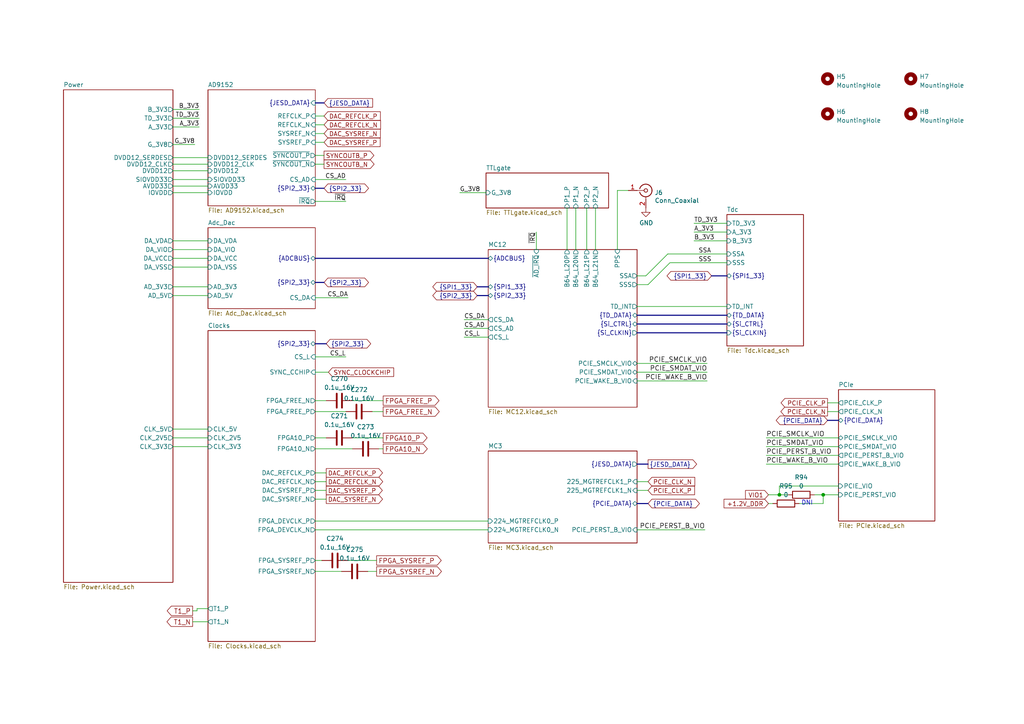
<source format=kicad_sch>
(kicad_sch (version 20230121) (generator eeschema)
  (paper "A4")
  (lib_symbols
    (symbol "Connector:Conn_Coaxial" (pin_names (offset 1.016) hide)
      (property "Reference" "J" (at 0.254 3.048 0))
      (property "Value" "Conn_Coaxial" (at 2.921 0 90))
      (symbol "Conn_Coaxial_0_1"
        (arc (start -1.778 -0.508) (mid 0.2311 -1.8066) (end 1.778 0) (stroke (width 0.254)))
        (polyline (pts (xy -2.54 0) (xy -0.508 0)))
        (polyline (pts (xy 0 -2.54) (xy 0 -1.778)))
        (circle (center 0 0) (radius 0.508) (stroke (width 0.2032)))
        (arc (start 1.778 0) (mid 0.2099 1.8101) (end -1.778 0.508) (stroke (width 0.254)))
      )
      (symbol "Conn_Coaxial_1_1"
        (pin passive line (at -5.08 0 0) (length 2.54) (name "In") (number "1"))
        (pin passive line (at 0 -5.08 90) (length 2.54) (name "Ext") (number "2"))
      )
    )
    (symbol "Device:C" (pin_numbers hide) (pin_names (offset 0.254))
      (property "Reference" "C" (at 0.635 2.54 0))
      (property "Value" "C" (at 0.635 -2.54 0))
      (symbol "C_0_1"
        (polyline (pts (xy -2.032 -0.762) (xy 2.032 -0.762)) (stroke (width 0.508)))
        (polyline (pts (xy -2.032 0.762) (xy 2.032 0.762)) (stroke (width 0.508)))
      )
      (symbol "C_1_1"
        (pin passive line (at 0 3.81 270) (length 2.794) (name "~") (number "1"))
        (pin passive line (at 0 -3.81 90) (length 2.794) (name "~") (number "2"))
      )
    )
    (symbol "Device:R" (pin_numbers hide) (pin_names (offset 0))
      (property "Reference" "R" (at 2.032 0 90))
      (property "Value" "R" (at 0 0 90))
      (symbol "R_0_1"
        (rectangle (start -1.016 -2.54) (end 1.016 2.54) (stroke (width 0.254)))
      )
      (symbol "R_1_1"
        (pin passive line (at 0 3.81 270) (length 1.27) (name "~") (number "1"))
        (pin passive line (at 0 -3.81 90) (length 1.27) (name "~") (number "2"))
      )
    )
    (symbol "Mechanical:MountingHole" (pin_names (offset 1.016))
      (property "Reference" "H" (at 0 5.08 0))
      (property "Value" "MountingHole" (at 0 3.175 0))
      (symbol "MountingHole_0_1"
        (circle (center 0 0) (radius 1.27) (stroke (width 1.27)))
      )
    )
    (symbol "power:GND" (power) (pin_names (offset 0))
      (property "Value" "GND" (at 0 -3.81 0))
      (symbol "GND_0_1"
        (polyline (pts (xy 0 0) (xy 0 -1.27) (xy 1.27 -1.27) (xy 0 -2.54) (xy -1.27 -1.27) (xy 0 -1.27)))
      )
      (symbol "GND_1_1"
        (pin power_in line (at 0 0 270) (length 0) hide (name "GND") (number "1"))
      )
    )
  )
  (junction (at 226.06 143.51))
  (junction (at 238.76 143.51))
  (wire (pts (xy 50.165 85.725) (xy 60.325 85.725)))
  (wire (pts (xy 50.165 55.88) (xy 60.325 55.88)))
  (wire (pts (xy 50.165 127) (xy 60.325 127)))
  (wire (pts (xy 222.885 143.51) (xy 226.06 143.51)))
  (wire (pts (xy 91.44 139.7) (xy 94.615 139.7)))
  (wire (pts (xy 201.295 69.85) (xy 210.82 69.85)))
  (wire (pts (xy 172.72 60.325) (xy 172.72 72.39)))
  (wire (pts (xy 182.245 55.245) (xy 179.07 55.245)))
  (wire (pts (xy 164.465 60.325) (xy 164.465 72.39)))
  (wire (pts (xy 91.44 45.085) (xy 93.98 45.085)))
  (wire (pts (xy 201.295 64.77) (xy 210.82 64.77)))
  (wire (pts (xy 57.15 177.165) (xy 55.88 177.165)))
  (wire (pts (xy 222.25 134.62) (xy 243.205 134.62)))
  (wire (pts (xy 50.165 36.83) (xy 57.785 36.83)))
  (wire (pts (xy 134.62 92.71) (xy 141.605 92.71)))
  (wire (pts (xy 184.785 107.95) (xy 205.105 107.95)))
  (wire (pts (xy 91.44 165.735) (xy 99.06 165.735)))
  (wire (pts (xy 50.165 83.185) (xy 60.325 83.185)))
  (wire (pts (xy 194.31 76.2) (xy 210.82 76.2)))
  (wire (pts (xy 91.44 47.625) (xy 93.98 47.625)))
  (wire (pts (xy 184.785 82.55) (xy 187.96 82.55)))
  (wire (pts (xy 240.03 119.38) (xy 243.205 119.38)))
  (bus (pts (xy 206.375 80.01) (xy 210.82 80.01)))
  (wire (pts (xy 193.675 73.66) (xy 210.82 73.66)))
  (wire (pts (xy 184.785 88.9) (xy 210.82 88.9)))
  (wire (pts (xy 184.785 153.67) (xy 204.47 153.67)))
  (wire (pts (xy 134.62 95.25) (xy 141.605 95.25)))
  (wire (pts (xy 50.165 41.91) (xy 56.515 41.91)))
  (wire (pts (xy 238.76 143.51) (xy 238.76 146.05)))
  (wire (pts (xy 100.965 162.56) (xy 109.22 162.56)))
  (wire (pts (xy 170.18 60.325) (xy 170.18 72.39)))
  (wire (pts (xy 91.44 144.78) (xy 94.615 144.78)))
  (wire (pts (xy 226.06 140.97) (xy 243.205 140.97)))
  (bus (pts (xy 240.03 121.92) (xy 243.205 121.92)))
  (wire (pts (xy 50.165 69.85) (xy 60.325 69.85)))
  (wire (pts (xy 50.165 45.72) (xy 60.325 45.72)))
  (wire (pts (xy 57.15 176.53) (xy 57.15 177.165)))
  (bus (pts (xy 138.43 85.725) (xy 141.605 85.725)))
  (wire (pts (xy 91.44 38.735) (xy 93.98 38.735)))
  (wire (pts (xy 91.44 130.175) (xy 102.235 130.175)))
  (wire (pts (xy 91.44 119.38) (xy 100.33 119.38)))
  (wire (pts (xy 50.165 74.93) (xy 60.325 74.93)))
  (wire (pts (xy 201.295 67.31) (xy 210.82 67.31)))
  (wire (pts (xy 91.44 116.205) (xy 94.615 116.205)))
  (wire (pts (xy 238.76 143.51) (xy 243.205 143.51)))
  (wire (pts (xy 91.44 58.42) (xy 100.33 58.42)))
  (wire (pts (xy 91.44 103.505) (xy 100.33 103.505)))
  (wire (pts (xy 91.44 142.24) (xy 94.615 142.24)))
  (wire (pts (xy 50.165 77.47) (xy 60.325 77.47)))
  (wire (pts (xy 91.44 41.275) (xy 93.98 41.275)))
  (wire (pts (xy 240.03 116.84) (xy 243.205 116.84)))
  (wire (pts (xy 222.25 129.54) (xy 243.205 129.54)))
  (bus (pts (xy 184.785 146.05) (xy 187.96 146.05)))
  (wire (pts (xy 236.22 143.51) (xy 238.76 143.51)))
  (wire (pts (xy 179.07 55.245) (xy 179.07 72.39)))
  (bus (pts (xy 91.44 74.93) (xy 141.605 74.93)))
  (wire (pts (xy 184.785 110.49) (xy 205.105 110.49)))
  (bus (pts (xy 184.785 134.62) (xy 187.96 134.62)))
  (wire (pts (xy 50.165 31.75) (xy 57.785 31.75)))
  (wire (pts (xy 134.62 97.79) (xy 141.605 97.79)))
  (wire (pts (xy 222.25 127) (xy 243.205 127)))
  (wire (pts (xy 184.785 142.24) (xy 187.96 142.24)))
  (bus (pts (xy 91.44 54.61) (xy 93.98 54.61)))
  (wire (pts (xy 133.35 55.88) (xy 140.97 55.88)))
  (wire (pts (xy 50.165 34.29) (xy 57.785 34.29)))
  (wire (pts (xy 50.165 124.46) (xy 60.325 124.46)))
  (wire (pts (xy 187.96 82.55) (xy 194.31 76.2)))
  (wire (pts (xy 222.885 146.05) (xy 224.155 146.05)))
  (wire (pts (xy 50.165 52.07) (xy 60.325 52.07)))
  (wire (pts (xy 226.06 140.97) (xy 226.06 143.51)))
  (wire (pts (xy 91.44 153.67) (xy 141.605 153.67)))
  (bus (pts (xy 138.43 83.185) (xy 141.605 83.185)))
  (wire (pts (xy 55.88 180.34) (xy 60.325 180.34)))
  (wire (pts (xy 91.44 137.16) (xy 94.615 137.16)))
  (bus (pts (xy 184.785 96.52) (xy 210.82 96.52)))
  (wire (pts (xy 107.95 119.38) (xy 111.125 119.38)))
  (wire (pts (xy 50.165 53.975) (xy 60.325 53.975)))
  (wire (pts (xy 91.44 127) (xy 94.615 127)))
  (wire (pts (xy 50.165 72.39) (xy 60.325 72.39)))
  (wire (pts (xy 91.44 107.95) (xy 95.25 107.95)))
  (wire (pts (xy 167.005 60.325) (xy 167.005 72.39)))
  (wire (pts (xy 60.325 176.53) (xy 57.15 176.53)))
  (wire (pts (xy 102.235 116.205) (xy 111.125 116.205)))
  (bus (pts (xy 91.44 29.845) (xy 93.98 29.845)))
  (bus (pts (xy 91.44 81.915) (xy 93.98 81.915)))
  (bus (pts (xy 184.785 93.98) (xy 210.82 93.98)))
  (wire (pts (xy 91.44 86.36) (xy 100.965 86.36)))
  (wire (pts (xy 102.235 127) (xy 111.125 127)))
  (wire (pts (xy 226.06 143.51) (xy 228.6 143.51)))
  (wire (pts (xy 50.165 129.54) (xy 60.325 129.54)))
  (wire (pts (xy 106.68 165.735) (xy 109.22 165.735)))
  (wire (pts (xy 91.44 36.195) (xy 93.98 36.195)))
  (wire (pts (xy 187.325 80.01) (xy 193.675 73.66)))
  (wire (pts (xy 91.44 52.07) (xy 100.33 52.07)))
  (wire (pts (xy 91.44 162.56) (xy 93.345 162.56)))
  (wire (pts (xy 238.76 146.05) (xy 231.775 146.05)))
  (wire (pts (xy 184.785 80.01) (xy 187.325 80.01)))
  (wire (pts (xy 50.165 49.53) (xy 60.325 49.53)))
  (wire (pts (xy 91.44 151.13) (xy 141.605 151.13)))
  (wire (pts (xy 222.25 132.08) (xy 243.205 132.08)))
  (wire (pts (xy 109.855 130.175) (xy 111.125 130.175)))
  (wire (pts (xy 184.785 139.7) (xy 187.96 139.7)))
  (wire (pts (xy 155.575 67.31) (xy 155.575 72.39)))
  (bus (pts (xy 91.44 99.695) (xy 94.615 99.695)))
  (bus (pts (xy 184.785 91.44) (xy 210.82 91.44)))
  (wire (pts (xy 50.165 47.625) (xy 60.325 47.625)))
  (wire (pts (xy 91.44 33.655) (xy 93.98 33.655)))
  (wire (pts (xy 184.785 105.41) (xy 205.105 105.41)))
  (text "DNI" (at 232.41 146.685 0) (effects (font (size 1.27 1.27)) (justify left bottom)))
  (label "CS_L" (at 134.62 97.79 0))
  (label "PCIE_WAKE_B_VIO" (at 222.25 134.62 0) (effects (font (size 1.3716 1.3716))))
  (label "CS_DA" (at 100.965 86.36 180))
  (label "PCIE_SMDAT_VIO" (at 222.25 129.54 0) (effects (font (size 1.3716 1.3716))))
  (label "CS_L" (at 100.33 103.505 180))
  (label "~{IRQ}" (at 155.575 67.31 270))
  (label "TD_3V3" (at 201.295 64.77 0))
  (label "~{IRQ}" (at 100.33 58.42 180))
  (label "CS_AD" (at 100.33 52.07 180))
  (label "A_3V3" (at 201.295 67.31 0))
  (label "PCIE_PERST_B_VIO" (at 204.47 153.67 180) (effects (font (size 1.3716 1.3716))))
  (label "CS_DA" (at 134.62 92.71 0))
  (label "PCIE_SMCLK_VIO" (at 222.25 127 0) (effects (font (size 1.3716 1.3716))))
  (label "PCIE_SMCLK_VIO" (at 205.105 105.41 180) (effects (font (size 1.3716 1.3716))))
  (label "CS_AD" (at 134.62 95.25 0))
  (label "SSA" (at 202.565 73.66 0))
  (label "PCIE_SMDAT_VIO" (at 205.105 107.95 180) (effects (font (size 1.3716 1.3716))))
  (label "G_3V8" (at 56.515 41.91 180))
  (label "SSS" (at 202.565 76.2 0))
  (label "B_3V3" (at 57.785 31.75 180))
  (label "B_3V3" (at 201.295 69.85 0))
  (label "PCIE_WAKE_B_VIO" (at 205.105 110.49 180) (effects (font (size 1.3716 1.3716))))
  (label "G_3V8" (at 133.35 55.88 0))
  (label "A_3V3" (at 57.785 36.83 180))
  (label "PCIE_PERST_B_VIO" (at 222.25 132.08 0) (effects (font (size 1.3716 1.3716))))
  (label "TD_3V3" (at 57.785 34.29 180))
  (global_label "VIO1" (shape input) (at 222.885 143.51 180) (property "Intersheetrefs" "${INTERSHEET_REFS}" (effects hide)))
  (global_label "FPGA10_P" (shape output) (at 111.125 127 0) (effects (font (size 1.3716 1.3716))) (property "Intersheetrefs" "${INTERSHEET_REFS}" (effects hide)))
  (global_label "SYNC_CLOCKCHIP" (shape input) (at 95.25 107.95 0) (property "Intersheetrefs" "${INTERSHEET_REFS}" (effects hide)))
  (global_label "DAC_SYSREF_N" (shape output) (at 94.615 144.78 0) (property "Intersheetrefs" "${INTERSHEET_REFS}" (effects hide)))
  (global_label "{SPI2_33}" (shape bidirectional) (at 138.43 85.725 180) (property "Intersheetrefs" "${INTERSHEET_REFS}" (effects hide)))
  (global_label "DAC_REFCLK_N" (shape input) (at 93.98 36.195 0) (property "Intersheetrefs" "${INTERSHEET_REFS}" (effects hide)))
  (global_label "PCIE_CLK_N" (shape output) (at 240.03 119.38 180) (property "Intersheetrefs" "${INTERSHEET_REFS}" (effects hide)))
  (global_label "PCIE_CLK_N" (shape input) (at 187.96 139.7 0) (property "Intersheetrefs" "${INTERSHEET_REFS}" (effects hide)))
  (global_label "FPGA_SYSREF_N" (shape output) (at 109.22 165.735 0) (effects (font (size 1.3716 1.3716))) (property "Intersheetrefs" "${INTERSHEET_REFS}" (effects hide)))
  (global_label "{PCIE_DATA}" (shape bidirectional) (at 240.03 121.92 180) (property "Intersheetrefs" "${INTERSHEET_REFS}" (effects hide)))
  (global_label "DAC_SYSREF_P" (shape output) (at 94.615 142.24 0) (property "Intersheetrefs" "${INTERSHEET_REFS}" (effects hide)))
  (global_label "SYNCOUTB_N" (shape output) (at 93.98 47.625 0) (property "Intersheetrefs" "${INTERSHEET_REFS}" (effects hide)))
  (global_label "PCIE_CLK_P" (shape input) (at 187.96 142.24 0) (property "Intersheetrefs" "${INTERSHEET_REFS}" (effects hide)))
  (global_label "DAC_SYSREF_P" (shape input) (at 93.98 41.275 0) (property "Intersheetrefs" "${INTERSHEET_REFS}" (effects hide)))
  (global_label "{SPI1_33}" (shape bidirectional) (at 138.43 83.185 180) (property "Intersheetrefs" "${INTERSHEET_REFS}" (effects hide)))
  (global_label "T1_N" (shape output) (at 55.88 180.34 180) (effects (font (size 1.3716 1.3716))) (property "Intersheetrefs" "${INTERSHEET_REFS}" (effects hide)))
  (global_label "DAC_REFCLK_P" (shape input) (at 93.98 33.655 0) (property "Intersheetrefs" "${INTERSHEET_REFS}" (effects hide)))
  (global_label "{SPI2_33}" (shape bidirectional) (at 94.615 99.695 0) (property "Intersheetrefs" "${INTERSHEET_REFS}" (effects hide)))
  (global_label "{JESD_DATA}" (shape input) (at 93.98 29.845 0) (property "Intersheetrefs" "${INTERSHEET_REFS}" (effects hide)))
  (global_label "FPGA_FREE_N" (shape output) (at 111.125 119.38 0) (effects (font (size 1.3716 1.3716))) (property "Intersheetrefs" "${INTERSHEET_REFS}" (effects hide)))
  (global_label "T1_P" (shape output) (at 55.88 177.165 180) (effects (font (size 1.3716 1.3716))) (property "Intersheetrefs" "${INTERSHEET_REFS}" (effects hide)))
  (global_label "{PCIE_DATA}" (shape bidirectional) (at 187.96 146.05 0) (property "Intersheetrefs" "${INTERSHEET_REFS}" (effects hide)))
  (global_label "SYNCOUTB_P" (shape output) (at 93.98 45.085 0) (property "Intersheetrefs" "${INTERSHEET_REFS}" (effects hide)))
  (global_label "PCIE_CLK_P" (shape output) (at 240.03 116.84 180) (property "Intersheetrefs" "${INTERSHEET_REFS}" (effects hide)))
  (global_label "DAC_SYSREF_N" (shape input) (at 93.98 38.735 0) (property "Intersheetrefs" "${INTERSHEET_REFS}" (effects hide)))
  (global_label "{SPI2_33}" (shape bidirectional) (at 93.98 81.915 0) (property "Intersheetrefs" "${INTERSHEET_REFS}" (effects hide)))
  (global_label "FPGA_SYSREF_P" (shape output) (at 109.22 162.56 0) (effects (font (size 1.3716 1.3716))) (property "Intersheetrefs" "${INTERSHEET_REFS}" (effects hide)))
  (global_label "{SPI2_33}" (shape bidirectional) (at 93.98 54.61 0) (property "Intersheetrefs" "${INTERSHEET_REFS}" (effects hide)))
  (global_label "FPGA_FREE_P" (shape output) (at 111.125 116.205 0) (effects (font (size 1.3716 1.3716))) (property "Intersheetrefs" "${INTERSHEET_REFS}" (effects hide)))
  (global_label "{JESD_DATA}" (shape output) (at 187.96 134.62 0) (property "Intersheetrefs" "${INTERSHEET_REFS}" (effects hide)))
  (global_label "{SPI1_33}" (shape bidirectional) (at 206.375 80.01 180) (property "Intersheetrefs" "${INTERSHEET_REFS}" (effects hide)))
  (global_label "+1.2V_DDR" (shape input) (at 222.885 146.05 180) (property "Intersheetrefs" "${INTERSHEET_REFS}" (effects hide)))
  (global_label "DAC_REFCLK_P" (shape output) (at 94.615 137.16 0) (property "Intersheetrefs" "${INTERSHEET_REFS}" (effects hide)))
  (global_label "DAC_REFCLK_N" (shape output) (at 94.615 139.7 0) (property "Intersheetrefs" "${INTERSHEET_REFS}" (effects hide)))
  (global_label "FPGA10_N" (shape output) (at 111.125 130.175 0) (effects (font (size 1.3716 1.3716))) (property "Intersheetrefs" "${INTERSHEET_REFS}" (effects hide)))
  (symbol (lib_id "Device:R") (at 227.965 146.05 270) (unit 1)
    (property "Reference" "R95" (at 227.965 140.97 90))
    (property "Value" "0" (at 227.965 143.51 90))
    (property "Footprint" "Resistor_SMD:R_0603_1608Metric" (effects hide))
    (property "Datasheet" "https://www.mouser.fr/ProductDetail/YAGEO/AC0603FR-070RL?qs=UoPT7wUmgYIHE8YhvUntLg%3D%3D" (effects hide))
    (property "Description" "Thick Film Resistors - SMD 0 Ohms 100m W 0603% 1% AEC-Q200 Standard Power Version " (effects hide))
    (property "Man" "YAGEO " (effects hide))
    (property "Part" "AC0603FR-070RL" (effects hide))
    (property "Unitprice" "0.094" (effects hide))
    (property "Dis" "Mouser" (effects hide))
  )
  (symbol (lib_id "Device:C") (at 104.14 119.38 90) (unit 1)
    (property "Reference" "C272" (at 104.14 113.03 90))
    (property "Value" "0.1u_16V" (at 104.14 115.57 90))
    (property "Footprint" "Capacitor_SMD:C_0402_1005Metric" (effects hide))
    (property "Datasheet" "https://www.mouser.fr/ProductDetail/Taiyo-Yuden/EMF105B7104KVHF?qs=%252B6g0mu59x7Kz%2FNoNncDysw%3D%3D" (effects hide))
    (property "Man" "Taiyo Yuden" (effects hide))
    (property "Part" " EMF105B7104KVHF" (effects hide))
    (property "Unitprice" "0.1" (effects hide))
    (property "Dis" "Mouser" (effects hide))
    (property "Description" " Multilayer Ceramic Capacitors MLCC - SMD/SMT 0402 16VDC 0.1uF 10% X7R AEC-Q200" (effects hide))
  )
  (symbol (lib_id "Device:C") (at 97.155 162.56 90) (unit 1)
    (property "Reference" "C274" (at 97.155 156.21 90))
    (property "Value" "0.1u_16V" (at 97.155 158.75 90))
    (property "Footprint" "Capacitor_SMD:C_0402_1005Metric" (effects hide))
    (property "Datasheet" "https://www.mouser.fr/ProductDetail/Taiyo-Yuden/EMF105B7104KVHF?qs=%252B6g0mu59x7Kz%2FNoNncDysw%3D%3D" (effects hide))
    (property "Man" "Taiyo Yuden" (effects hide))
    (property "Part" " EMF105B7104KVHF" (effects hide))
    (property "Unitprice" "0.1" (effects hide))
    (property "Dis" "Mouser" (effects hide))
    (property "Description" " Multilayer Ceramic Capacitors MLCC - SMD/SMT 0402 16VDC 0.1uF 10% X7R AEC-Q200" (effects hide))
  )
  (symbol (lib_id "Device:C") (at 106.045 130.175 90) (unit 1)
    (property "Reference" "C273" (at 106.045 123.825 90))
    (property "Value" "0.1u_16V" (at 106.045 126.365 90))
    (property "Footprint" "Capacitor_SMD:C_0402_1005Metric" (effects hide))
    (property "Datasheet" "https://www.mouser.fr/ProductDetail/Taiyo-Yuden/EMF105B7104KVHF?qs=%252B6g0mu59x7Kz%2FNoNncDysw%3D%3D" (effects hide))
    (property "Man" "Taiyo Yuden" (effects hide))
    (property "Part" " EMF105B7104KVHF" (effects hide))
    (property "Unitprice" "0.1" (effects hide))
    (property "Dis" "Mouser" (effects hide))
    (property "Description" " Multilayer Ceramic Capacitors MLCC - SMD/SMT 0402 16VDC 0.1uF 10% X7R AEC-Q200" (effects hide))
  )
  (symbol (lib_id "power:GND") (at 187.325 60.325 0) (unit 1)
    (property "Reference" "#PWR01" (effects hide))
    (property "Value" "GND" (at 187.4393 64.6494 0))
  )
  (symbol (lib_id "Device:C") (at 98.425 116.205 90) (unit 1)
    (property "Reference" "C270" (at 98.425 109.855 90))
    (property "Value" "0.1u_16V" (at 98.425 112.395 90))
    (property "Footprint" "Capacitor_SMD:C_0402_1005Metric" (effects hide))
    (property "Datasheet" "https://www.mouser.fr/ProductDetail/Taiyo-Yuden/EMF105B7104KVHF?qs=%252B6g0mu59x7Kz%2FNoNncDysw%3D%3D" (effects hide))
    (property "Man" "Taiyo Yuden" (effects hide))
    (property "Part" " EMF105B7104KVHF" (effects hide))
    (property "Unitprice" "0.1" (effects hide))
    (property "Dis" "Mouser" (effects hide))
    (property "Description" " Multilayer Ceramic Capacitors MLCC - SMD/SMT 0402 16VDC 0.1uF 10% X7R AEC-Q200" (effects hide))
  )
  (symbol (lib_id "Mechanical:MountingHole") (at 240.03 33.02 0) (unit 1)
    (property "Reference" "H6" (at 242.57 32.385 0) (effects (justify left)))
    (property "Value" "MountingHole" (at 242.57 34.925 0) (effects (justify left)))
    (property "Footprint" "MountingHole:MountingHole_3.5mm_Pad_Via" (effects hide))
  )
  (symbol (lib_id "Mechanical:MountingHole") (at 264.16 22.86 0) (unit 1)
    (property "Reference" "H7" (at 266.7 22.225 0) (effects (justify left)))
    (property "Value" "MountingHole" (at 266.7 24.765 0) (effects (justify left)))
    (property "Footprint" "MountingHole:MountingHole_3.5mm_Pad_Via" (effects hide))
  )
  (symbol (lib_id "Device:R") (at 232.41 143.51 90) (unit 1)
    (property "Reference" "R94" (at 232.41 138.43 90))
    (property "Value" "0" (at 232.41 140.97 90))
    (property "Footprint" "Resistor_SMD:R_0603_1608Metric" (effects hide))
    (property "Datasheet" "https://www.mouser.fr/ProductDetail/YAGEO/AC0603FR-070RL?qs=UoPT7wUmgYIHE8YhvUntLg%3D%3D" (effects hide))
    (property "Description" "Thick Film Resistors - SMD 0 Ohms 100m W 0603% 1% AEC-Q200 Standard Power Version " (effects hide))
    (property "Man" "YAGEO " (effects hide))
    (property "Part" "AC0603FR-070RL" (effects hide))
    (property "Unitprice" "0.094" (effects hide))
    (property "Dis" "Mouser" (effects hide))
  )
  (symbol (lib_id "Mechanical:MountingHole") (at 264.16 33.02 0) (unit 1)
    (property "Reference" "H8" (at 266.7 32.385 0) (effects (justify left)))
    (property "Value" "MountingHole" (at 266.7 34.925 0) (effects (justify left)))
    (property "Footprint" "MountingHole:MountingHole_3.5mm_Pad_Via" (effects hide))
  )
  (symbol (lib_id "Mechanical:MountingHole") (at 240.03 22.86 0) (unit 1)
    (property "Reference" "H5" (at 242.57 22.225 0) (effects (justify left)))
    (property "Value" "MountingHole" (at 242.57 24.765 0) (effects (justify left)))
    (property "Footprint" "MountingHole:MountingHole_3.5mm_Pad_Via" (effects hide))
  )
  (symbol (lib_id "Device:C") (at 102.87 165.735 90) (unit 1)
    (property "Reference" "C275" (at 102.87 159.385 90))
    (property "Value" "0.1u_16V" (at 102.87 161.925 90))
    (property "Footprint" "Capacitor_SMD:C_0402_1005Metric" (effects hide))
    (property "Datasheet" "https://www.mouser.fr/ProductDetail/Taiyo-Yuden/EMF105B7104KVHF?qs=%252B6g0mu59x7Kz%2FNoNncDysw%3D%3D" (effects hide))
    (property "Man" "Taiyo Yuden" (effects hide))
    (property "Part" " EMF105B7104KVHF" (effects hide))
    (property "Unitprice" "0.1" (effects hide))
    (property "Dis" "Mouser" (effects hide))
    (property "Description" " Multilayer Ceramic Capacitors MLCC - SMD/SMT 0402 16VDC 0.1uF 10% X7R AEC-Q200" (effects hide))
  )
  (symbol (lib_id "Connector:Conn_Coaxial") (at 187.325 55.245 0) (unit 1)
    (property "Reference" "J6" (at 189.8651 55.8609 0) (effects (justify left)))
    (property "Value" "Conn_Coaxial" (at 189.8651 58.1596 0) (effects (justify left)))
    (property "Footprint" "Connector_Coaxial:SMA_Amphenol_132134_Vertical" (effects hide))
    (property "Datasheet" "https://www.mouser.fr/ProductDetail/Amphenol-RF/132134/?qs=b8dDPpdgesvQEpS4IQp3aA%3D%3D" (effects hide))
    (property "Part" "132134" (effects hide))
    (property "Man" "Amphenol RF" (effects hide))
    (property "Description" " RF Connectors / Coaxial Connectors SMA STRAIGHT PCB RECEPTACLE" (effects hide))
    (property "Dis" "Mouser" (effects hide))
    (property "Unitprice" "5.68" (effects hide))
  )
  (symbol (lib_id "Device:C") (at 98.425 127 90) (unit 1)
    (property "Reference" "C271" (at 98.425 120.65 90))
    (property "Value" "0.1u_16V" (at 98.425 123.19 90))
    (property "Footprint" "Capacitor_SMD:C_0402_1005Metric" (effects hide))
    (property "Datasheet" "https://www.mouser.fr/ProductDetail/Taiyo-Yuden/EMF105B7104KVHF?qs=%252B6g0mu59x7Kz%2FNoNncDysw%3D%3D" (effects hide))
    (property "Man" "Taiyo Yuden" (effects hide))
    (property "Part" " EMF105B7104KVHF" (effects hide))
    (property "Unitprice" "0.1" (effects hide))
    (property "Dis" "Mouser" (effects hide))
    (property "Description" " Multilayer Ceramic Capacitors MLCC - SMD/SMT 0402 16VDC 0.1uF 10% X7R AEC-Q200" (effects hide))
  )
  (sheet (at 210.82 62.23) (size 22.225 38.1) (stroke (width 0.1524))
    (property "Sheetname" "Tdc" (at 210.82 61.5184 0) (effects (justify left bottom)))
    (property "Sheetfile" "Tdc.kicad_sch" (at 210.82 100.9146 0) (effects (justify left top)))
    (pin "TD_3V3" input (at 210.82 64.77 180))
    (pin "A_3V3" input (at 210.82 67.31 180))
    (pin "SSA" input (at 210.82 73.66 180))
    (pin "SSS" input (at 210.82 76.2 180))
    (pin "{TD_DATA}" bidirectional (at 210.82 91.44 180))
    (pin "{Si_CTRL}" bidirectional (at 210.82 93.98 180))
    (pin "{Si_CLKIN}" input (at 210.82 96.52 180))
    (pin "TD_INT" input (at 210.82 88.9 180))
    (pin "{SPI1_33}" bidirectional (at 210.82 80.01 180))
    (pin "B_3V3" input (at 210.82 69.85 180))
  )
  (sheet (at 60.325 66.04) (size 31.115 23.495) (stroke (width 0.1524))
    (property "Sheetname" "Adc_Dac" (at 60.325 65.3284 0) (effects (justify left bottom)))
    (property "Sheetfile" "Adc_Dac.kicad_sch" (at 60.325 90.1196 0) (effects (justify left top)))
    (pin "AD_3V3" input (at 60.325 83.185 180))
    (pin "AD_5V" input (at 60.325 85.725 180))
    (pin "{ADCBUS}" bidirectional (at 91.44 74.93 0))
    (pin "DA_VSS" input (at 60.325 77.47 180))
    (pin "DA_VCC" input (at 60.325 74.93 180))
    (pin "DA_VIO" input (at 60.325 72.39 180))
    (pin "DA_VDA" input (at 60.325 69.85 180))
    (pin "CS_DA" input (at 91.44 86.36 0))
    (pin "{SPI2_33}" bidirectional (at 91.44 81.915 0))
  )
  (sheet (at 141.605 72.39) (size 43.18 45.72) (stroke (width 0.1524))
    (property "Sheetname" "MC12" (at 141.605 71.6784 0) (effects (justify left bottom)))
    (property "Sheetfile" "MC12.kicad_sch" (at 141.605 118.6946 0) (effects (justify left top)))
    (pin "PCIE_SMCLK_VIO" bidirectional (at 184.785 105.41 0))
    (pin "PCIE_WAKE_B_VIO" input (at 184.785 110.49 0))
    (pin "PCIE_SMDAT_VIO" bidirectional (at 184.785 107.95 0))
    (pin "TD_INT" output (at 184.785 88.9 0))
    (pin "{Si_CTRL}" bidirectional (at 184.785 93.98 0))
    (pin "{Si_CLKIN}" output (at 184.785 96.52 0))
    (pin "{TD_DATA}" bidirectional (at 184.785 91.44 0))
    (pin "{ADCBUS}" bidirectional (at 141.605 74.93 180))
    (pin "CS_AD" output (at 141.605 95.25 180))
    (pin "SSA" output (at 184.785 80.01 0))
    (pin "CS_DA" output (at 141.605 92.71 180))
    (pin "CS_L" output (at 141.605 97.79 180))
    (pin "SSS" output (at 184.785 82.55 0))
    (pin "B64_L21N" output (at 172.72 72.39 90))
    (pin "B64_L21P" output (at 170.18 72.39 90))
    (pin "B64_L20P" output (at 164.465 72.39 90))
    (pin "B64_L20N" output (at 167.005 72.39 90))
    (pin "~{AD_IRQ}" input (at 155.575 72.39 90))
    (pin "{SPI1_33}" bidirectional (at 141.605 83.185 180))
    (pin "{SPI2_33}" bidirectional (at 141.605 85.725 180))
    (pin "PPS" input (at 179.07 72.39 90))
  )
  (sheet (at 140.97 50.165) (size 35.56 10.16) (stroke (width 0.1524))
    (property "Sheetname" "TTLgate" (at 140.97 49.4534 0) (effects (justify left bottom)))
    (property "Sheetfile" "TTLgate.kicad_sch" (at 140.97 60.9096 0) (effects (justify left top)))
    (pin "P1_P" input (at 164.465 60.325 270))
    (pin "P2_N" input (at 172.72 60.325 270))
    (pin "P1_N" input (at 167.005 60.325 270))
    (pin "P2_P" input (at 170.18 60.325 270))
    (pin "G_3V8" input (at 140.97 55.88 180))
  )
  (sheet (at 60.325 95.885) (size 31.115 90.17) (stroke (width 0.1524))
    (property "Sheetname" "Clocks" (at 60.325 95.1734 0) (effects (justify left bottom)))
    (property "Sheetfile" "Clocks.kicad_sch" (at 60.325 186.6396 0) (effects (justify left top)))
    (pin "CLK_5V" input (at 60.325 124.46 180))
    (pin "CLK_2V5" input (at 60.325 127 180))
    (pin "CLK_3V3" input (at 60.325 129.54 180))
    (pin "SYNC_CCHIP" input (at 91.44 107.95 0))
    (pin "FPGA10_P" output (at 91.44 127 0))
    (pin "FPGA10_N" output (at 91.44 130.175 0))
    (pin "DAC_SYSREF_N" output (at 91.44 144.78 0))
    (pin "DAC_SYSREF_P" output (at 91.44 142.24 0))
    (pin "DAC_REFCLK_N" output (at 91.44 139.7 0))
    (pin "FPGA_DEVCLK_N" output (at 91.44 153.67 0))
    (pin "DAC_REFCLK_P" output (at 91.44 137.16 0))
    (pin "FPGA_DEVCLK_P" output (at 91.44 151.13 0))
    (pin "FPGA_SYSREF_P" output (at 91.44 162.56 0))
    (pin "FPGA_SYSREF_N" output (at 91.44 165.735 0))
    (pin "CS_L" input (at 91.44 103.505 0))
    (pin "FPGA_FREE_N" output (at 91.44 116.205 0))
    (pin "FPGA_FREE_P" output (at 91.44 119.38 0))
    (pin "{SPI2_33}" bidirectional (at 91.44 99.695 0))
    (pin "T1_P" output (at 60.325 176.53 180))
    (pin "T1_N" output (at 60.325 180.34 180))
  )
  (sheet (at 243.205 113.03) (size 27.94 38.1) (stroke (width 0.1524))
    (property "Sheetname" "PCIe" (at 243.205 112.3184 0) (effects (justify left bottom)))
    (property "Sheetfile" "PCIe.kicad_sch" (at 243.205 151.7146 0) (effects (justify left top)))
    (pin "PCIE_CLK_P" output (at 243.205 116.84 180))
    (pin "PCIE_CLK_N" output (at 243.205 119.38 180))
    (pin "PCIE_VIO" input (at 243.205 140.97 180))
    (pin "PCIE_SMDAT_VIO" bidirectional (at 243.205 129.54 180))
    (pin "PCIE_SMCLK_VIO" bidirectional (at 243.205 127 180))
    (pin "PCIE_WAKE_B_VIO" output (at 243.205 134.62 180))
    (pin "PCIE_PERST_B_VIO" output (at 243.205 132.08 180))
    (pin "PCIE_PERST_VIO" input (at 243.205 143.51 180))
    (pin "{PCIE_DATA}" bidirectional (at 243.205 121.92 180))
  )
  (sheet (at 60.325 26.035) (size 31.115 33.655) (stroke (width 0.1524))
    (property "Sheetname" "AD9152" (at 60.325 25.3234 0) (effects (justify left bottom)))
    (property "Sheetfile" "AD9152.kicad_sch" (at 60.325 60.2746 0) (effects (justify left top)))
    (pin "{JESD_DATA}" input (at 91.44 29.845 0))
    (pin "CS_AD" input (at 91.44 52.07 0))
    (pin "REFCLK_N" input (at 91.44 36.195 0))
    (pin "SYSREF_P" input (at 91.44 41.275 0))
    (pin "REFCLK_P" input (at 91.44 33.655 0))
    (pin "SYSREF_N" input (at 91.44 38.735 0))
    (pin "~{SYNCOUT_N}" output (at 91.44 47.625 0))
    (pin "~{SYNCOUT_P}" output (at 91.44 45.085 0))
    (pin "DVDD12_CLK" input (at 60.325 47.625 180))
    (pin "DVDD12" input (at 60.325 49.53 180))
    (pin "AVDD33" input (at 60.325 53.975 180))
    (pin "IOVDD" input (at 60.325 55.88 180))
    (pin "DVDD12_SERDES" input (at 60.325 45.72 180))
    (pin "SIOVDD33" input (at 60.325 52.07 180))
    (pin "~{IRQ}" output (at 91.44 58.42 0))
    (pin "{SPI2_33}" bidirectional (at 91.44 54.61 0))
  )
  (sheet (at 18.415 26.035) (size 31.75 142.875) (stroke (width 0.1524))
    (property "Sheetname" "Power" (at 18.415 25.3234 0) (effects (justify left bottom)))
    (property "Sheetfile" "Power.kicad_sch" (at 18.415 169.4946 0) (effects (justify left top)))
    (pin "CLK_3V3" output (at 50.165 129.54 0))
    (pin "CLK_5V" output (at 50.165 124.46 0))
    (pin "AD_5V" output (at 50.165 85.725 0))
    (pin "DA_VIO" output (at 50.165 72.39 0))
    (pin "DA_VDA" output (at 50.165 69.85 0))
    (pin "AD_3V3" output (at 50.165 83.185 0))
    (pin "CLK_2V5" output (at 50.165 127 0))
    (pin "TD_3V3" output (at 50.165 34.29 0))
    (pin "A_3V3" output (at 50.165 36.83 0))
    (pin "DA_VCC" output (at 50.165 74.93 0))
    (pin "DA_VSS" output (at 50.165 77.47 0))
    (pin "G_3V8" output (at 50.165 41.91 0))
    (pin "DVDD12_SERDES" output (at 50.165 45.72 0))
    (pin "DVDD12_CLK" output (at 50.165 47.625 0))
    (pin "SIOVDD33" output (at 50.165 52.07 0))
    (pin "DVDD12" output (at 50.165 49.53 0))
    (pin "AVDD33" output (at 50.165 53.975 0))
    (pin "IOVDD" output (at 50.165 55.88 0))
    (pin "B_3V3" output (at 50.165 31.75 0))
  )
  (sheet (at 141.605 130.81) (size 43.18 26.67) (stroke (width 0.1524))
    (property "Sheetname" "MC3" (at 141.605 130.0984 0) (effects (justify left bottom)))
    (property "Sheetfile" "MC3.kicad_sch" (at 141.605 158.0646 0) (effects (justify left top)))
    (pin "224_MGTREFCLK0_N" input (at 141.605 153.67 180))
    (pin "224_MGTREFCLK0_P" input (at 141.605 151.13 180))
    (pin "225_MGTREFCLK1_N" input (at 184.785 142.24 0))
    (pin "225_MGTREFCLK1_P" input (at 184.785 139.7 0))
    (pin "{PCIE_DATA}" bidirectional (at 184.785 146.05 0))
    (pin "PCIE_PERST_B_VIO" input (at 184.785 153.67 0))
    (pin "{JESD_DATA}" output (at 184.785 134.62 0))
  )
)
</source>
